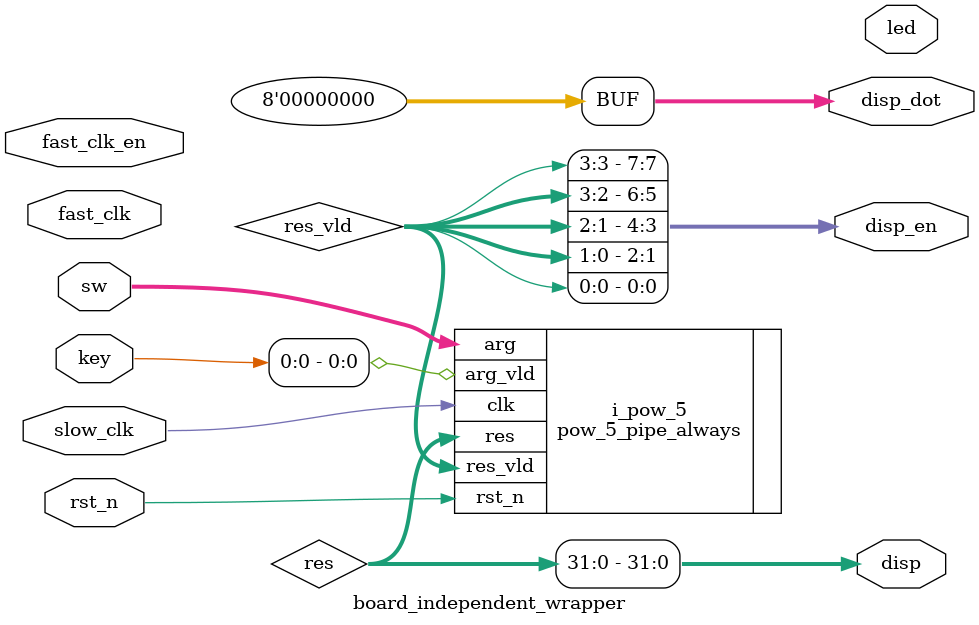
<source format=v>

`include "pow_5_pipe_always.v"

module board_independent_wrapper
(
    input         fast_clk,
    input         slow_clk,
    input         rst_n,
    input         fast_clk_en,
    input  [ 3:0] key,
    input  [ 7:0] sw,
    output [ 7:0] led,
    output [ 7:0] disp_en,
    output [31:0] disp,
    output [ 7:0] disp_dot
);

    wire [ 4:0] res_vld;
    wire [39:0] res;

    pow_5_pipe_always
    # (.w (8))
    i_pow_5
    (
        .clk     ( slow_clk ),
        .rst_n   ( rst_n    ),
        .arg_vld ( key [0]  ),
        .arg     ( sw       ),
        .res_vld ( res_vld  ),
        .res     ( res      )
    );

    assign disp_en  =
    {
        res_vld [3], res_vld [3],
        res_vld [2], res_vld [2],
        res_vld [1], res_vld [1],
        res_vld [0], res_vld [0]
    };

    assign disp = res [31:0];

    assign disp_dot = 8'b0;

endmodule

</source>
